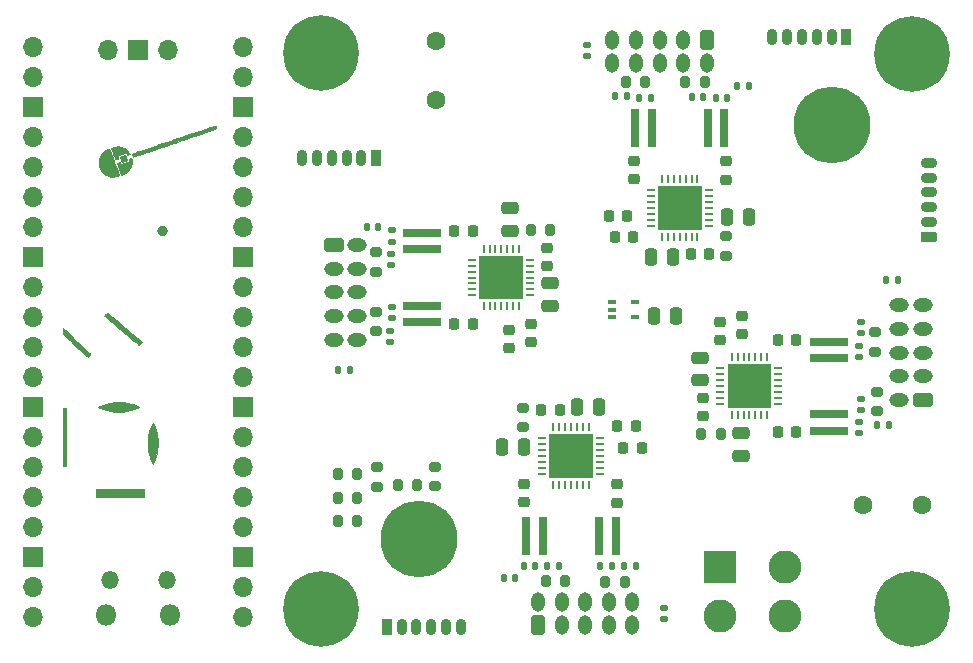
<source format=gts>
%TF.GenerationSoftware,KiCad,Pcbnew,5.99.0-unknown-16ebb3a433~128~ubuntu20.04.1*%
%TF.CreationDate,2021-05-03T05:08:52+03:00*%
%TF.ProjectId,usb2stepper,75736232-7374-4657-9070-65722e6b6963,rev?*%
%TF.SameCoordinates,Original*%
%TF.FileFunction,Soldermask,Top*%
%TF.FilePolarity,Negative*%
%FSLAX46Y46*%
G04 Gerber Fmt 4.6, Leading zero omitted, Abs format (unit mm)*
G04 Created by KiCad (PCBNEW 5.99.0-unknown-16ebb3a433~128~ubuntu20.04.1) date 2021-05-03 05:08:52*
%MOMM*%
%LPD*%
G01*
G04 APERTURE LIST*
G04 Aperture macros list*
%AMRoundRect*
0 Rectangle with rounded corners*
0 $1 Rounding radius*
0 $2 $3 $4 $5 $6 $7 $8 $9 X,Y pos of 4 corners*
0 Add a 4 corners polygon primitive as box body*
4,1,4,$2,$3,$4,$5,$6,$7,$8,$9,$2,$3,0*
0 Add four circle primitives for the rounded corners*
1,1,$1+$1,$2,$3*
1,1,$1+$1,$4,$5*
1,1,$1+$1,$6,$7*
1,1,$1+$1,$8,$9*
0 Add four rect primitives between the rounded corners*
20,1,$1+$1,$2,$3,$4,$5,0*
20,1,$1+$1,$4,$5,$6,$7,0*
20,1,$1+$1,$6,$7,$8,$9,0*
20,1,$1+$1,$8,$9,$2,$3,0*%
G04 Aperture macros list end*
%ADD10C,0.010000*%
%ADD11RoundRect,0.225000X-0.225000X-0.250000X0.225000X-0.250000X0.225000X0.250000X-0.225000X0.250000X0*%
%ADD12RoundRect,0.250000X0.250000X0.475000X-0.250000X0.475000X-0.250000X-0.475000X0.250000X-0.475000X0*%
%ADD13RoundRect,0.225000X0.225000X0.250000X-0.225000X0.250000X-0.225000X-0.250000X0.225000X-0.250000X0*%
%ADD14RoundRect,0.225000X-0.250000X0.225000X-0.250000X-0.225000X0.250000X-0.225000X0.250000X0.225000X0*%
%ADD15R,0.700000X0.250000*%
%ADD16R,0.250000X0.700000*%
%ADD17R,1.850000X1.850000*%
%ADD18RoundRect,0.200000X0.275000X-0.200000X0.275000X0.200000X-0.275000X0.200000X-0.275000X-0.200000X0*%
%ADD19R,0.700000X3.300000*%
%ADD20RoundRect,0.225000X0.250000X-0.225000X0.250000X0.225000X-0.250000X0.225000X-0.250000X-0.225000X0*%
%ADD21RoundRect,0.140000X-0.170000X0.140000X-0.170000X-0.140000X0.170000X-0.140000X0.170000X0.140000X0*%
%ADD22RoundRect,0.140000X0.140000X0.170000X-0.140000X0.170000X-0.140000X-0.170000X0.140000X-0.170000X0*%
%ADD23RoundRect,0.140000X0.170000X-0.140000X0.170000X0.140000X-0.170000X0.140000X-0.170000X-0.140000X0*%
%ADD24RoundRect,0.140000X-0.140000X-0.170000X0.140000X-0.170000X0.140000X0.170000X-0.140000X0.170000X0*%
%ADD25RoundRect,0.200000X-0.275000X0.200000X-0.275000X-0.200000X0.275000X-0.200000X0.275000X0.200000X0*%
%ADD26RoundRect,0.200000X0.200000X0.275000X-0.200000X0.275000X-0.200000X-0.275000X0.200000X-0.275000X0*%
%ADD27RoundRect,0.200000X-0.200000X-0.275000X0.200000X-0.275000X0.200000X0.275000X-0.200000X0.275000X0*%
%ADD28RoundRect,0.250000X-0.475000X0.250000X-0.475000X-0.250000X0.475000X-0.250000X0.475000X0.250000X0*%
%ADD29RoundRect,0.250000X0.475000X-0.250000X0.475000X0.250000X-0.475000X0.250000X-0.475000X-0.250000X0*%
%ADD30RoundRect,0.250000X-0.250000X-0.475000X0.250000X-0.475000X0.250000X0.475000X-0.250000X0.475000X0*%
%ADD31R,3.300000X0.700000*%
%ADD32R,0.650000X0.400000*%
%ADD33O,1.650000X1.200000*%
%ADD34RoundRect,0.250000X-0.575000X0.350000X-0.575000X-0.350000X0.575000X-0.350000X0.575000X0.350000X0*%
%ADD35RoundRect,0.250000X0.350000X0.575000X-0.350000X0.575000X-0.350000X-0.575000X0.350000X-0.575000X0*%
%ADD36O,1.200000X1.650000*%
%ADD37O,1.800000X1.800000*%
%ADD38O,1.500000X1.500000*%
%ADD39O,1.700000X1.700000*%
%ADD40R,1.700000X1.700000*%
%ADD41C,0.800000*%
%ADD42C,6.400000*%
%ADD43C,1.600000*%
%ADD44RoundRect,0.250000X-0.350000X-0.575000X0.350000X-0.575000X0.350000X0.575000X-0.350000X0.575000X0*%
%ADD45C,6.497320*%
%ADD46R,2.800000X2.800000*%
%ADD47C,2.800000*%
%ADD48RoundRect,0.225000X0.475000X-0.225000X0.475000X0.225000X-0.475000X0.225000X-0.475000X-0.225000X0*%
%ADD49O,1.400000X0.900000*%
%ADD50RoundRect,0.225000X-0.225000X-0.475000X0.225000X-0.475000X0.225000X0.475000X-0.225000X0.475000X0*%
%ADD51O,0.900000X1.400000*%
%ADD52RoundRect,0.225000X0.225000X0.475000X-0.225000X0.475000X-0.225000X-0.475000X0.225000X-0.475000X0*%
%ADD53RoundRect,0.250000X0.575000X-0.350000X0.575000X0.350000X-0.575000X0.350000X-0.575000X-0.350000X0*%
G04 APERTURE END LIST*
D10*
X62945908Y-113193083D02*
X62908343Y-113237286D01*
X62908343Y-113237286D02*
X62852699Y-113291375D01*
X62852699Y-113291375D02*
X62836138Y-113306058D01*
X62836138Y-113306058D02*
X62708164Y-113417366D01*
X62708164Y-113417366D02*
X62424321Y-113145891D01*
X62424321Y-113145891D02*
X62350651Y-113075401D01*
X62350651Y-113075401D02*
X62250885Y-112979899D01*
X62250885Y-112979899D02*
X62129491Y-112863664D01*
X62129491Y-112863664D02*
X61990938Y-112730974D01*
X61990938Y-112730974D02*
X61839693Y-112586109D01*
X61839693Y-112586109D02*
X61680224Y-112433348D01*
X61680224Y-112433348D02*
X61516999Y-112276970D01*
X61516999Y-112276970D02*
X61367352Y-112133583D01*
X61367352Y-112133583D02*
X60594226Y-111392750D01*
X60594226Y-111392750D02*
X60593030Y-111144042D01*
X60593030Y-111144042D02*
X60593444Y-111047092D01*
X60593444Y-111047092D02*
X60595462Y-110967815D01*
X60595462Y-110967815D02*
X60598752Y-110914475D01*
X60598752Y-110914475D02*
X60602910Y-110895333D01*
X60602910Y-110895333D02*
X60620683Y-110909642D01*
X60620683Y-110909642D02*
X60665933Y-110950737D01*
X60665933Y-110950737D02*
X60735811Y-111015867D01*
X60735811Y-111015867D02*
X60827467Y-111102284D01*
X60827467Y-111102284D02*
X60938051Y-111207238D01*
X60938051Y-111207238D02*
X61064713Y-111327979D01*
X61064713Y-111327979D02*
X61204601Y-111461759D01*
X61204601Y-111461759D02*
X61354867Y-111605827D01*
X61354867Y-111605827D02*
X61512660Y-111757435D01*
X61512660Y-111757435D02*
X61675129Y-111913833D01*
X61675129Y-111913833D02*
X61839425Y-112072271D01*
X61839425Y-112072271D02*
X62002698Y-112230000D01*
X62002698Y-112230000D02*
X62162096Y-112384271D01*
X62162096Y-112384271D02*
X62314771Y-112532335D01*
X62314771Y-112532335D02*
X62457872Y-112671441D01*
X62457872Y-112671441D02*
X62588548Y-112798840D01*
X62588548Y-112798840D02*
X62703950Y-112911784D01*
X62703950Y-112911784D02*
X62801227Y-113007522D01*
X62801227Y-113007522D02*
X62877529Y-113083305D01*
X62877529Y-113083305D02*
X62930006Y-113136384D01*
X62930006Y-113136384D02*
X62955808Y-113164010D01*
X62955808Y-113164010D02*
X62958014Y-113167178D01*
X62958014Y-113167178D02*
X62945908Y-113193083D01*
X62945908Y-113193083D02*
X62945908Y-113193083D01*
G36*
X60620683Y-110909642D02*
G01*
X60665933Y-110950737D01*
X60735811Y-111015867D01*
X60827467Y-111102284D01*
X60938051Y-111207238D01*
X61064713Y-111327979D01*
X61204601Y-111461759D01*
X61354867Y-111605827D01*
X61512660Y-111757435D01*
X61675129Y-111913833D01*
X61839425Y-112072271D01*
X62002698Y-112230000D01*
X62162096Y-112384271D01*
X62314771Y-112532335D01*
X62457872Y-112671441D01*
X62588548Y-112798840D01*
X62703950Y-112911784D01*
X62801227Y-113007522D01*
X62877529Y-113083305D01*
X62930006Y-113136384D01*
X62955808Y-113164010D01*
X62958014Y-113167178D01*
X62945908Y-113193083D01*
X62908343Y-113237286D01*
X62852699Y-113291375D01*
X62836138Y-113306058D01*
X62708164Y-113417366D01*
X62424321Y-113145891D01*
X62350651Y-113075401D01*
X62250885Y-112979899D01*
X62129491Y-112863664D01*
X61990938Y-112730974D01*
X61839693Y-112586109D01*
X61680224Y-112433348D01*
X61516999Y-112276970D01*
X61367352Y-112133583D01*
X60594226Y-111392750D01*
X60593030Y-111144042D01*
X60593444Y-111047092D01*
X60595462Y-110967815D01*
X60598752Y-110914475D01*
X60602910Y-110895333D01*
X60620683Y-110909642D01*
G37*
X60620683Y-110909642D02*
X60665933Y-110950737D01*
X60735811Y-111015867D01*
X60827467Y-111102284D01*
X60938051Y-111207238D01*
X61064713Y-111327979D01*
X61204601Y-111461759D01*
X61354867Y-111605827D01*
X61512660Y-111757435D01*
X61675129Y-111913833D01*
X61839425Y-112072271D01*
X62002698Y-112230000D01*
X62162096Y-112384271D01*
X62314771Y-112532335D01*
X62457872Y-112671441D01*
X62588548Y-112798840D01*
X62703950Y-112911784D01*
X62801227Y-113007522D01*
X62877529Y-113083305D01*
X62930006Y-113136384D01*
X62955808Y-113164010D01*
X62958014Y-113167178D01*
X62945908Y-113193083D01*
X62908343Y-113237286D01*
X62852699Y-113291375D01*
X62836138Y-113306058D01*
X62708164Y-113417366D01*
X62424321Y-113145891D01*
X62350651Y-113075401D01*
X62250885Y-112979899D01*
X62129491Y-112863664D01*
X61990938Y-112730974D01*
X61839693Y-112586109D01*
X61680224Y-112433348D01*
X61516999Y-112276970D01*
X61367352Y-112133583D01*
X60594226Y-111392750D01*
X60593030Y-111144042D01*
X60593444Y-111047092D01*
X60595462Y-110967815D01*
X60598752Y-110914475D01*
X60602910Y-110895333D01*
X60620683Y-110909642D01*
X66457831Y-96925287D02*
X66444792Y-97019594D01*
X66444792Y-97019594D02*
X66419463Y-97114487D01*
X66419463Y-97114487D02*
X66378654Y-97222030D01*
X66378654Y-97222030D02*
X66321813Y-97348667D01*
X66321813Y-97348667D02*
X66243222Y-97479955D01*
X66243222Y-97479955D02*
X66135898Y-97607719D01*
X66135898Y-97607719D02*
X66008802Y-97724563D01*
X66008802Y-97724563D02*
X65870896Y-97823091D01*
X65870896Y-97823091D02*
X65731140Y-97895907D01*
X65731140Y-97895907D02*
X65614081Y-97932775D01*
X65614081Y-97932775D02*
X65552346Y-97945122D01*
X65552346Y-97945122D02*
X65381055Y-97482853D01*
X65381055Y-97482853D02*
X65331717Y-97349800D01*
X65331717Y-97349800D02*
X65286817Y-97228900D01*
X65286817Y-97228900D02*
X65248604Y-97126190D01*
X65248604Y-97126190D02*
X65219324Y-97047707D01*
X65219324Y-97047707D02*
X65201225Y-96999490D01*
X65201225Y-96999490D02*
X65196802Y-96987931D01*
X65196802Y-96987931D02*
X65199803Y-96963988D01*
X65199803Y-96963988D02*
X65233144Y-96940370D01*
X65233144Y-96940370D02*
X65291284Y-96916643D01*
X65291284Y-96916643D02*
X65352272Y-96896602D01*
X65352272Y-96896602D02*
X65394864Y-96886149D01*
X65394864Y-96886149D02*
X65406951Y-96886229D01*
X65406951Y-96886229D02*
X65419322Y-96908832D01*
X65419322Y-96908832D02*
X65441922Y-96957588D01*
X65441922Y-96957588D02*
X65457755Y-96993791D01*
X65457755Y-96993791D02*
X65500337Y-97093130D01*
X65500337Y-97093130D02*
X65612543Y-97053611D01*
X65612543Y-97053611D02*
X65779596Y-96994752D01*
X65779596Y-96994752D02*
X65911403Y-96948253D01*
X65911403Y-96948253D02*
X66012660Y-96912445D01*
X66012660Y-96912445D02*
X66088063Y-96885661D01*
X66088063Y-96885661D02*
X66142308Y-96866233D01*
X66142308Y-96866233D02*
X66180091Y-96852493D01*
X66180091Y-96852493D02*
X66205627Y-96842955D01*
X66205627Y-96842955D02*
X66240568Y-96827547D01*
X66240568Y-96827547D02*
X66252709Y-96808304D01*
X66252709Y-96808304D02*
X66245343Y-96771527D01*
X66245343Y-96771527D02*
X66232085Y-96732949D01*
X66232085Y-96732949D02*
X66212933Y-96673311D01*
X66212933Y-96673311D02*
X66201989Y-96628859D01*
X66201989Y-96628859D02*
X66201000Y-96619795D01*
X66201000Y-96619795D02*
X66219452Y-96599874D01*
X66219452Y-96599874D02*
X66266828Y-96575633D01*
X66266828Y-96575633D02*
X66307960Y-96560542D01*
X66307960Y-96560542D02*
X66414920Y-96526338D01*
X66414920Y-96526338D02*
X66438700Y-96582961D01*
X66438700Y-96582961D02*
X66449718Y-96630331D01*
X66449718Y-96630331D02*
X66457832Y-96705774D01*
X66457832Y-96705774D02*
X66461654Y-96795056D01*
X66461654Y-96795056D02*
X66461771Y-96819500D01*
X66461771Y-96819500D02*
X66457831Y-96925287D01*
X66457831Y-96925287D02*
X66457831Y-96925287D01*
G36*
X66438700Y-96582961D02*
G01*
X66449718Y-96630331D01*
X66457832Y-96705774D01*
X66461654Y-96795056D01*
X66461771Y-96819500D01*
X66457831Y-96925287D01*
X66444792Y-97019594D01*
X66419463Y-97114487D01*
X66378654Y-97222030D01*
X66321813Y-97348667D01*
X66243222Y-97479955D01*
X66135898Y-97607719D01*
X66008802Y-97724563D01*
X65870896Y-97823091D01*
X65731140Y-97895907D01*
X65614081Y-97932775D01*
X65552346Y-97945122D01*
X65381055Y-97482853D01*
X65331717Y-97349800D01*
X65286817Y-97228900D01*
X65248604Y-97126190D01*
X65219324Y-97047707D01*
X65201225Y-96999490D01*
X65196802Y-96987931D01*
X65199803Y-96963988D01*
X65233144Y-96940370D01*
X65291284Y-96916643D01*
X65352272Y-96896602D01*
X65394864Y-96886149D01*
X65406951Y-96886229D01*
X65419322Y-96908832D01*
X65441922Y-96957588D01*
X65457755Y-96993791D01*
X65500337Y-97093130D01*
X65612543Y-97053611D01*
X65779596Y-96994752D01*
X65911403Y-96948253D01*
X66012660Y-96912445D01*
X66088063Y-96885661D01*
X66142308Y-96866233D01*
X66180091Y-96852493D01*
X66205627Y-96842955D01*
X66240568Y-96827547D01*
X66252709Y-96808304D01*
X66245343Y-96771527D01*
X66232085Y-96732949D01*
X66212933Y-96673311D01*
X66201989Y-96628859D01*
X66201000Y-96619795D01*
X66219452Y-96599874D01*
X66266828Y-96575633D01*
X66307960Y-96560542D01*
X66414920Y-96526338D01*
X66438700Y-96582961D01*
G37*
X66438700Y-96582961D02*
X66449718Y-96630331D01*
X66457832Y-96705774D01*
X66461654Y-96795056D01*
X66461771Y-96819500D01*
X66457831Y-96925287D01*
X66444792Y-97019594D01*
X66419463Y-97114487D01*
X66378654Y-97222030D01*
X66321813Y-97348667D01*
X66243222Y-97479955D01*
X66135898Y-97607719D01*
X66008802Y-97724563D01*
X65870896Y-97823091D01*
X65731140Y-97895907D01*
X65614081Y-97932775D01*
X65552346Y-97945122D01*
X65381055Y-97482853D01*
X65331717Y-97349800D01*
X65286817Y-97228900D01*
X65248604Y-97126190D01*
X65219324Y-97047707D01*
X65201225Y-96999490D01*
X65196802Y-96987931D01*
X65199803Y-96963988D01*
X65233144Y-96940370D01*
X65291284Y-96916643D01*
X65352272Y-96896602D01*
X65394864Y-96886149D01*
X65406951Y-96886229D01*
X65419322Y-96908832D01*
X65441922Y-96957588D01*
X65457755Y-96993791D01*
X65500337Y-97093130D01*
X65612543Y-97053611D01*
X65779596Y-96994752D01*
X65911403Y-96948253D01*
X66012660Y-96912445D01*
X66088063Y-96885661D01*
X66142308Y-96866233D01*
X66180091Y-96852493D01*
X66205627Y-96842955D01*
X66240568Y-96827547D01*
X66252709Y-96808304D01*
X66245343Y-96771527D01*
X66232085Y-96732949D01*
X66212933Y-96673311D01*
X66201989Y-96628859D01*
X66201000Y-96619795D01*
X66219452Y-96599874D01*
X66266828Y-96575633D01*
X66307960Y-96560542D01*
X66414920Y-96526338D01*
X66438700Y-96582961D01*
X63407000Y-125204000D02*
X63407000Y-124590167D01*
X63407000Y-124590167D02*
X67492166Y-124590167D01*
X67492166Y-124590167D02*
X67492166Y-125204000D01*
X67492166Y-125204000D02*
X63407000Y-125204000D01*
X63407000Y-125204000D02*
X63407000Y-125204000D01*
G36*
X67492166Y-125204000D02*
G01*
X63407000Y-125204000D01*
X63407000Y-124590167D01*
X67492166Y-124590167D01*
X67492166Y-125204000D01*
G37*
X67492166Y-125204000D02*
X63407000Y-125204000D01*
X63407000Y-124590167D01*
X67492166Y-124590167D01*
X67492166Y-125204000D01*
X65366302Y-97993057D02*
X65359904Y-98000184D01*
X65359904Y-98000184D02*
X65292557Y-98034633D01*
X65292557Y-98034633D02*
X65193462Y-98065200D01*
X65193462Y-98065200D02*
X65073186Y-98089275D01*
X65073186Y-98089275D02*
X64942294Y-98104249D01*
X64942294Y-98104249D02*
X64937178Y-98104608D01*
X64937178Y-98104608D02*
X64714137Y-98099685D01*
X64714137Y-98099685D02*
X64501387Y-98055603D01*
X64501387Y-98055603D02*
X64302921Y-97975066D01*
X64302921Y-97975066D02*
X64122731Y-97860775D01*
X64122731Y-97860775D02*
X63964811Y-97715436D01*
X63964811Y-97715436D02*
X63833153Y-97541750D01*
X63833153Y-97541750D02*
X63731750Y-97342421D01*
X63731750Y-97342421D02*
X63705324Y-97270632D01*
X63705324Y-97270632D02*
X63669027Y-97120718D01*
X63669027Y-97120718D02*
X63651073Y-96952869D01*
X63651073Y-96952869D02*
X63652483Y-96785810D01*
X63652483Y-96785810D02*
X63671478Y-96650167D01*
X63671478Y-96650167D02*
X63738055Y-96445236D01*
X63738055Y-96445236D02*
X63839978Y-96253421D01*
X63839978Y-96253421D02*
X63972172Y-96081253D01*
X63972172Y-96081253D02*
X64129559Y-95935268D01*
X64129559Y-95935268D02*
X64307062Y-95821998D01*
X64307062Y-95821998D02*
X64320031Y-95815502D01*
X64320031Y-95815502D02*
X64398445Y-95779786D01*
X64398445Y-95779786D02*
X64465816Y-95754285D01*
X64465816Y-95754285D02*
X64510807Y-95743120D01*
X64510807Y-95743120D02*
X64518752Y-95743272D01*
X64518752Y-95743272D02*
X64531127Y-95755244D01*
X64531127Y-95755244D02*
X64550588Y-95789033D01*
X64550588Y-95789033D02*
X64578037Y-95846844D01*
X64578037Y-95846844D02*
X64614376Y-95930884D01*
X64614376Y-95930884D02*
X64660507Y-96043360D01*
X64660507Y-96043360D02*
X64717334Y-96186479D01*
X64717334Y-96186479D02*
X64785758Y-96362446D01*
X64785758Y-96362446D02*
X64866682Y-96573469D01*
X64866682Y-96573469D02*
X64961007Y-96821753D01*
X64961007Y-96821753D02*
X64976173Y-96861833D01*
X64976173Y-96861833D02*
X65066372Y-97100569D01*
X65066372Y-97100569D02*
X65142499Y-97302852D01*
X65142499Y-97302852D02*
X65205595Y-97471775D01*
X65205595Y-97471775D02*
X65256702Y-97610426D01*
X65256702Y-97610426D02*
X65296863Y-97721898D01*
X65296863Y-97721898D02*
X65327120Y-97809282D01*
X65327120Y-97809282D02*
X65348514Y-97875668D01*
X65348514Y-97875668D02*
X65362087Y-97924148D01*
X65362087Y-97924148D02*
X65368881Y-97957812D01*
X65368881Y-97957812D02*
X65369939Y-97979751D01*
X65369939Y-97979751D02*
X65366302Y-97993057D01*
X65366302Y-97993057D02*
X65366302Y-97993057D01*
G36*
X64518752Y-95743272D02*
G01*
X64531127Y-95755244D01*
X64550588Y-95789033D01*
X64578037Y-95846844D01*
X64614376Y-95930884D01*
X64660507Y-96043360D01*
X64717334Y-96186479D01*
X64785758Y-96362446D01*
X64866682Y-96573469D01*
X64961007Y-96821753D01*
X64976173Y-96861833D01*
X65066372Y-97100569D01*
X65142499Y-97302852D01*
X65205595Y-97471775D01*
X65256702Y-97610426D01*
X65296863Y-97721898D01*
X65327120Y-97809282D01*
X65348514Y-97875668D01*
X65362087Y-97924148D01*
X65368881Y-97957812D01*
X65369939Y-97979751D01*
X65366302Y-97993057D01*
X65359904Y-98000184D01*
X65292557Y-98034633D01*
X65193462Y-98065200D01*
X65073186Y-98089275D01*
X64942294Y-98104249D01*
X64937178Y-98104608D01*
X64714137Y-98099685D01*
X64501387Y-98055603D01*
X64302921Y-97975066D01*
X64122731Y-97860775D01*
X63964811Y-97715436D01*
X63833153Y-97541750D01*
X63731750Y-97342421D01*
X63705324Y-97270632D01*
X63669027Y-97120718D01*
X63651073Y-96952869D01*
X63652483Y-96785810D01*
X63671478Y-96650167D01*
X63738055Y-96445236D01*
X63839978Y-96253421D01*
X63972172Y-96081253D01*
X64129559Y-95935268D01*
X64307062Y-95821998D01*
X64320031Y-95815502D01*
X64398445Y-95779786D01*
X64465816Y-95754285D01*
X64510807Y-95743120D01*
X64518752Y-95743272D01*
G37*
X64518752Y-95743272D02*
X64531127Y-95755244D01*
X64550588Y-95789033D01*
X64578037Y-95846844D01*
X64614376Y-95930884D01*
X64660507Y-96043360D01*
X64717334Y-96186479D01*
X64785758Y-96362446D01*
X64866682Y-96573469D01*
X64961007Y-96821753D01*
X64976173Y-96861833D01*
X65066372Y-97100569D01*
X65142499Y-97302852D01*
X65205595Y-97471775D01*
X65256702Y-97610426D01*
X65296863Y-97721898D01*
X65327120Y-97809282D01*
X65348514Y-97875668D01*
X65362087Y-97924148D01*
X65368881Y-97957812D01*
X65369939Y-97979751D01*
X65366302Y-97993057D01*
X65359904Y-98000184D01*
X65292557Y-98034633D01*
X65193462Y-98065200D01*
X65073186Y-98089275D01*
X64942294Y-98104249D01*
X64937178Y-98104608D01*
X64714137Y-98099685D01*
X64501387Y-98055603D01*
X64302921Y-97975066D01*
X64122731Y-97860775D01*
X63964811Y-97715436D01*
X63833153Y-97541750D01*
X63731750Y-97342421D01*
X63705324Y-97270632D01*
X63669027Y-97120718D01*
X63651073Y-96952869D01*
X63652483Y-96785810D01*
X63671478Y-96650167D01*
X63738055Y-96445236D01*
X63839978Y-96253421D01*
X63972172Y-96081253D01*
X64129559Y-95935268D01*
X64307062Y-95821998D01*
X64320031Y-95815502D01*
X64398445Y-95779786D01*
X64465816Y-95754285D01*
X64510807Y-95743120D01*
X64518752Y-95743272D01*
X66035849Y-96739729D02*
X65976052Y-96762863D01*
X65976052Y-96762863D02*
X65899550Y-96790015D01*
X65899550Y-96790015D02*
X65816268Y-96817919D01*
X65816268Y-96817919D02*
X65736136Y-96843310D01*
X65736136Y-96843310D02*
X65669081Y-96862921D01*
X65669081Y-96862921D02*
X65625031Y-96873486D01*
X65625031Y-96873486D02*
X65613253Y-96873808D01*
X65613253Y-96873808D02*
X65597285Y-96845727D01*
X65597285Y-96845727D02*
X65573596Y-96790006D01*
X65573596Y-96790006D02*
X65545605Y-96716528D01*
X65545605Y-96716528D02*
X65516732Y-96635176D01*
X65516732Y-96635176D02*
X65490396Y-96555832D01*
X65490396Y-96555832D02*
X65470019Y-96488380D01*
X65470019Y-96488380D02*
X65459018Y-96442702D01*
X65459018Y-96442702D02*
X65459170Y-96428532D01*
X65459170Y-96428532D02*
X65497857Y-96410171D01*
X65497857Y-96410171D02*
X65561291Y-96385642D01*
X65561291Y-96385642D02*
X65639463Y-96358177D01*
X65639463Y-96358177D02*
X65722359Y-96331010D01*
X65722359Y-96331010D02*
X65799969Y-96307373D01*
X65799969Y-96307373D02*
X65862281Y-96290498D01*
X65862281Y-96290498D02*
X65899284Y-96283619D01*
X65899284Y-96283619D02*
X65904965Y-96284587D01*
X65904965Y-96284587D02*
X65917509Y-96309588D01*
X65917509Y-96309588D02*
X65939621Y-96362702D01*
X65939621Y-96362702D02*
X65967648Y-96434147D01*
X65967648Y-96434147D02*
X65997935Y-96514138D01*
X65997935Y-96514138D02*
X66026829Y-96592890D01*
X66026829Y-96592890D02*
X66050676Y-96660618D01*
X66050676Y-96660618D02*
X66065822Y-96707539D01*
X66065822Y-96707539D02*
X66069010Y-96723879D01*
X66069010Y-96723879D02*
X66035849Y-96739729D01*
X66035849Y-96739729D02*
X66035849Y-96739729D01*
G36*
X65904965Y-96284587D02*
G01*
X65917509Y-96309588D01*
X65939621Y-96362702D01*
X65967648Y-96434147D01*
X65997935Y-96514138D01*
X66026829Y-96592890D01*
X66050676Y-96660618D01*
X66065822Y-96707539D01*
X66069010Y-96723879D01*
X66035849Y-96739729D01*
X65976052Y-96762863D01*
X65899550Y-96790015D01*
X65816268Y-96817919D01*
X65736136Y-96843310D01*
X65669081Y-96862921D01*
X65625031Y-96873486D01*
X65613253Y-96873808D01*
X65597285Y-96845727D01*
X65573596Y-96790006D01*
X65545605Y-96716528D01*
X65516732Y-96635176D01*
X65490396Y-96555832D01*
X65470019Y-96488380D01*
X65459018Y-96442702D01*
X65459170Y-96428532D01*
X65497857Y-96410171D01*
X65561291Y-96385642D01*
X65639463Y-96358177D01*
X65722359Y-96331010D01*
X65799969Y-96307373D01*
X65862281Y-96290498D01*
X65899284Y-96283619D01*
X65904965Y-96284587D01*
G37*
X65904965Y-96284587D02*
X65917509Y-96309588D01*
X65939621Y-96362702D01*
X65967648Y-96434147D01*
X65997935Y-96514138D01*
X66026829Y-96592890D01*
X66050676Y-96660618D01*
X66065822Y-96707539D01*
X66069010Y-96723879D01*
X66035849Y-96739729D01*
X65976052Y-96762863D01*
X65899550Y-96790015D01*
X65816268Y-96817919D01*
X65736136Y-96843310D01*
X65669081Y-96862921D01*
X65625031Y-96873486D01*
X65613253Y-96873808D01*
X65597285Y-96845727D01*
X65573596Y-96790006D01*
X65545605Y-96716528D01*
X65516732Y-96635176D01*
X65490396Y-96555832D01*
X65470019Y-96488380D01*
X65459018Y-96442702D01*
X65459170Y-96428532D01*
X65497857Y-96410171D01*
X65561291Y-96385642D01*
X65639463Y-96358177D01*
X65722359Y-96331010D01*
X65799969Y-96307373D01*
X65862281Y-96290498D01*
X65899284Y-96283619D01*
X65904965Y-96284587D01*
X60591833Y-122579333D02*
X60591833Y-117668667D01*
X60591833Y-117668667D02*
X60909333Y-117668667D01*
X60909333Y-117668667D02*
X60909333Y-122579333D01*
X60909333Y-122579333D02*
X60591833Y-122579333D01*
X60591833Y-122579333D02*
X60591833Y-122579333D01*
G36*
X60909333Y-122579333D02*
G01*
X60591833Y-122579333D01*
X60591833Y-117668667D01*
X60909333Y-117668667D01*
X60909333Y-122579333D01*
G37*
X60909333Y-122579333D02*
X60591833Y-122579333D01*
X60591833Y-117668667D01*
X60909333Y-117668667D01*
X60909333Y-122579333D01*
X67185095Y-112228961D02*
X67118100Y-112281817D01*
X67118100Y-112281817D02*
X67061122Y-112322112D01*
X67061122Y-112322112D02*
X67023454Y-112343445D01*
X67023454Y-112343445D02*
X67016325Y-112345250D01*
X67016325Y-112345250D02*
X66996268Y-112331894D01*
X66996268Y-112331894D02*
X66946846Y-112293412D01*
X66946846Y-112293412D02*
X66870874Y-112232182D01*
X66870874Y-112232182D02*
X66771167Y-112150581D01*
X66771167Y-112150581D02*
X66650541Y-112050987D01*
X66650541Y-112050987D02*
X66511812Y-111935778D01*
X66511812Y-111935778D02*
X66357795Y-111807333D01*
X66357795Y-111807333D02*
X66191305Y-111668028D01*
X66191305Y-111668028D02*
X66015159Y-111520241D01*
X66015159Y-111520241D02*
X65832171Y-111366351D01*
X65832171Y-111366351D02*
X65645158Y-111208735D01*
X65645158Y-111208735D02*
X65456935Y-111049771D01*
X65456935Y-111049771D02*
X65270317Y-110891837D01*
X65270317Y-110891837D02*
X65088121Y-110737310D01*
X65088121Y-110737310D02*
X64913161Y-110588569D01*
X64913161Y-110588569D02*
X64748253Y-110447991D01*
X64748253Y-110447991D02*
X64596213Y-110317955D01*
X64596213Y-110317955D02*
X64459857Y-110200837D01*
X64459857Y-110200837D02*
X64341999Y-110099016D01*
X64341999Y-110099016D02*
X64245456Y-110014870D01*
X64245456Y-110014870D02*
X64173043Y-109950776D01*
X64173043Y-109950776D02*
X64127576Y-109909112D01*
X64127576Y-109909112D02*
X64111879Y-109892368D01*
X64111879Y-109892368D02*
X64125247Y-109868965D01*
X64125247Y-109868965D02*
X64164514Y-109827224D01*
X64164514Y-109827224D02*
X64222194Y-109774836D01*
X64222194Y-109774836D02*
X64244616Y-109756009D01*
X64244616Y-109756009D02*
X64309484Y-109705190D01*
X64309484Y-109705190D02*
X64362944Y-109668060D01*
X64362944Y-109668060D02*
X64396172Y-109650581D01*
X64396172Y-109650581D02*
X64401303Y-109650176D01*
X64401303Y-109650176D02*
X64420075Y-109664580D01*
X64420075Y-109664580D02*
X64468785Y-109704363D01*
X64468785Y-109704363D02*
X64545069Y-109767540D01*
X64545069Y-109767540D02*
X64646562Y-109852129D01*
X64646562Y-109852129D02*
X64770900Y-109956147D01*
X64770900Y-109956147D02*
X64915716Y-110077611D01*
X64915716Y-110077611D02*
X65078648Y-110214538D01*
X65078648Y-110214538D02*
X65257330Y-110364946D01*
X65257330Y-110364946D02*
X65449397Y-110526850D01*
X65449397Y-110526850D02*
X65652485Y-110698269D01*
X65652485Y-110698269D02*
X65823070Y-110842417D01*
X65823070Y-110842417D02*
X66034265Y-111020970D01*
X66034265Y-111020970D02*
X66236952Y-111192328D01*
X66236952Y-111192328D02*
X66428693Y-111354432D01*
X66428693Y-111354432D02*
X66607054Y-111505223D01*
X66607054Y-111505223D02*
X66769598Y-111642640D01*
X66769598Y-111642640D02*
X66913888Y-111764624D01*
X66913888Y-111764624D02*
X67037491Y-111869116D01*
X67037491Y-111869116D02*
X67137968Y-111954057D01*
X67137968Y-111954057D02*
X67212884Y-112017387D01*
X67212884Y-112017387D02*
X67259803Y-112057047D01*
X67259803Y-112057047D02*
X67275382Y-112070211D01*
X67275382Y-112070211D02*
X67325671Y-112112672D01*
X67325671Y-112112672D02*
X67185095Y-112228961D01*
X67185095Y-112228961D02*
X67185095Y-112228961D01*
G36*
X64420075Y-109664580D02*
G01*
X64468785Y-109704363D01*
X64545069Y-109767540D01*
X64646562Y-109852129D01*
X64770900Y-109956147D01*
X64915716Y-110077611D01*
X65078648Y-110214538D01*
X65257330Y-110364946D01*
X65449397Y-110526850D01*
X65652485Y-110698269D01*
X65823070Y-110842417D01*
X66034265Y-111020970D01*
X66236952Y-111192328D01*
X66428693Y-111354432D01*
X66607054Y-111505223D01*
X66769598Y-111642640D01*
X66913888Y-111764624D01*
X67037491Y-111869116D01*
X67137968Y-111954057D01*
X67212884Y-112017387D01*
X67259803Y-112057047D01*
X67275382Y-112070211D01*
X67325671Y-112112672D01*
X67185095Y-112228961D01*
X67118100Y-112281817D01*
X67061122Y-112322112D01*
X67023454Y-112343445D01*
X67016325Y-112345250D01*
X66996268Y-112331894D01*
X66946846Y-112293412D01*
X66870874Y-112232182D01*
X66771167Y-112150581D01*
X66650541Y-112050987D01*
X66511812Y-111935778D01*
X66357795Y-111807333D01*
X66191305Y-111668028D01*
X66015159Y-111520241D01*
X65832171Y-111366351D01*
X65645158Y-111208735D01*
X65456935Y-111049771D01*
X65270317Y-110891837D01*
X65088121Y-110737310D01*
X64913161Y-110588569D01*
X64748253Y-110447991D01*
X64596213Y-110317955D01*
X64459857Y-110200837D01*
X64341999Y-110099016D01*
X64245456Y-110014870D01*
X64173043Y-109950776D01*
X64127576Y-109909112D01*
X64111879Y-109892368D01*
X64125247Y-109868965D01*
X64164514Y-109827224D01*
X64222194Y-109774836D01*
X64244616Y-109756009D01*
X64309484Y-109705190D01*
X64362944Y-109668060D01*
X64396172Y-109650581D01*
X64401303Y-109650176D01*
X64420075Y-109664580D01*
G37*
X64420075Y-109664580D02*
X64468785Y-109704363D01*
X64545069Y-109767540D01*
X64646562Y-109852129D01*
X64770900Y-109956147D01*
X64915716Y-110077611D01*
X65078648Y-110214538D01*
X65257330Y-110364946D01*
X65449397Y-110526850D01*
X65652485Y-110698269D01*
X65823070Y-110842417D01*
X66034265Y-111020970D01*
X66236952Y-111192328D01*
X66428693Y-111354432D01*
X66607054Y-111505223D01*
X66769598Y-111642640D01*
X66913888Y-111764624D01*
X67037491Y-111869116D01*
X67137968Y-111954057D01*
X67212884Y-112017387D01*
X67259803Y-112057047D01*
X67275382Y-112070211D01*
X67325671Y-112112672D01*
X67185095Y-112228961D01*
X67118100Y-112281817D01*
X67061122Y-112322112D01*
X67023454Y-112343445D01*
X67016325Y-112345250D01*
X66996268Y-112331894D01*
X66946846Y-112293412D01*
X66870874Y-112232182D01*
X66771167Y-112150581D01*
X66650541Y-112050987D01*
X66511812Y-111935778D01*
X66357795Y-111807333D01*
X66191305Y-111668028D01*
X66015159Y-111520241D01*
X65832171Y-111366351D01*
X65645158Y-111208735D01*
X65456935Y-111049771D01*
X65270317Y-110891837D01*
X65088121Y-110737310D01*
X64913161Y-110588569D01*
X64748253Y-110447991D01*
X64596213Y-110317955D01*
X64459857Y-110200837D01*
X64341999Y-110099016D01*
X64245456Y-110014870D01*
X64173043Y-109950776D01*
X64127576Y-109909112D01*
X64111879Y-109892368D01*
X64125247Y-109868965D01*
X64164514Y-109827224D01*
X64222194Y-109774836D01*
X64244616Y-109756009D01*
X64309484Y-109705190D01*
X64362944Y-109668060D01*
X64396172Y-109650581D01*
X64401303Y-109650176D01*
X64420075Y-109664580D01*
X73584891Y-94004494D02*
X73582269Y-94011456D01*
X73582269Y-94011456D02*
X73575158Y-94019400D01*
X73575158Y-94019400D02*
X73561815Y-94028937D01*
X73561815Y-94028937D02*
X73540493Y-94040680D01*
X73540493Y-94040680D02*
X73509448Y-94055241D01*
X73509448Y-94055241D02*
X73466934Y-94073231D01*
X73466934Y-94073231D02*
X73411208Y-94095262D01*
X73411208Y-94095262D02*
X73340523Y-94121946D01*
X73340523Y-94121946D02*
X73253135Y-94153896D01*
X73253135Y-94153896D02*
X73147298Y-94191722D01*
X73147298Y-94191722D02*
X73021268Y-94236036D01*
X73021268Y-94236036D02*
X72873300Y-94287451D01*
X72873300Y-94287451D02*
X72701648Y-94346578D01*
X72701648Y-94346578D02*
X72504568Y-94414030D01*
X72504568Y-94414030D02*
X72280314Y-94490417D01*
X72280314Y-94490417D02*
X72027141Y-94576353D01*
X72027141Y-94576353D02*
X71743305Y-94672448D01*
X71743305Y-94672448D02*
X71427060Y-94779314D01*
X71427060Y-94779314D02*
X71076661Y-94897564D01*
X71076661Y-94897564D02*
X70690364Y-95027809D01*
X70690364Y-95027809D02*
X70266423Y-95170662D01*
X70266423Y-95170662D02*
X70074500Y-95235315D01*
X70074500Y-95235315D02*
X69702619Y-95360562D01*
X69702619Y-95360562D02*
X69341539Y-95482128D01*
X69341539Y-95482128D02*
X68993304Y-95599329D01*
X68993304Y-95599329D02*
X68659956Y-95711477D01*
X68659956Y-95711477D02*
X68343538Y-95817888D01*
X68343538Y-95817888D02*
X68046094Y-95917874D01*
X68046094Y-95917874D02*
X67769667Y-96010750D01*
X67769667Y-96010750D02*
X67516299Y-96095831D01*
X67516299Y-96095831D02*
X67288034Y-96172429D01*
X67288034Y-96172429D02*
X67086915Y-96239859D01*
X67086915Y-96239859D02*
X66914985Y-96297435D01*
X66914985Y-96297435D02*
X66774287Y-96344471D01*
X66774287Y-96344471D02*
X66666864Y-96380282D01*
X66666864Y-96380282D02*
X66594759Y-96404180D01*
X66594759Y-96404180D02*
X66560015Y-96415480D01*
X66560015Y-96415480D02*
X66557062Y-96416332D01*
X66557062Y-96416332D02*
X66544348Y-96399030D01*
X66544348Y-96399030D02*
X66522726Y-96354874D01*
X66522726Y-96354874D02*
X66497627Y-96296843D01*
X66497627Y-96296843D02*
X66474484Y-96237915D01*
X66474484Y-96237915D02*
X66458727Y-96191067D01*
X66458727Y-96191067D02*
X66455000Y-96172458D01*
X66455000Y-96172458D02*
X66471379Y-96156721D01*
X66471379Y-96156721D02*
X66481458Y-96152189D01*
X66481458Y-96152189D02*
X66517331Y-96139579D01*
X66517331Y-96139579D02*
X66589907Y-96114690D01*
X66589907Y-96114690D02*
X66696703Y-96078356D01*
X66696703Y-96078356D02*
X66835234Y-96031410D01*
X66835234Y-96031410D02*
X67003017Y-95974686D01*
X67003017Y-95974686D02*
X67197566Y-95909017D01*
X67197566Y-95909017D02*
X67416400Y-95835237D01*
X67416400Y-95835237D02*
X67657032Y-95754179D01*
X67657032Y-95754179D02*
X67916979Y-95666678D01*
X67916979Y-95666678D02*
X68193757Y-95573565D01*
X68193757Y-95573565D02*
X68484882Y-95475676D01*
X68484882Y-95475676D02*
X68787870Y-95373843D01*
X68787870Y-95373843D02*
X69100236Y-95268901D01*
X69100236Y-95268901D02*
X69419497Y-95161682D01*
X69419497Y-95161682D02*
X69743169Y-95053020D01*
X69743169Y-95053020D02*
X70068767Y-94943748D01*
X70068767Y-94943748D02*
X70393807Y-94834701D01*
X70393807Y-94834701D02*
X70715805Y-94726712D01*
X70715805Y-94726712D02*
X71032278Y-94620614D01*
X71032278Y-94620614D02*
X71340740Y-94517240D01*
X71340740Y-94517240D02*
X71638708Y-94417425D01*
X71638708Y-94417425D02*
X71923699Y-94322002D01*
X71923699Y-94322002D02*
X72193227Y-94231805D01*
X72193227Y-94231805D02*
X72444808Y-94147666D01*
X72444808Y-94147666D02*
X72675959Y-94070420D01*
X72675959Y-94070420D02*
X72884196Y-94000899D01*
X72884196Y-94000899D02*
X73067034Y-93939939D01*
X73067034Y-93939939D02*
X73221989Y-93888371D01*
X73221989Y-93888371D02*
X73346578Y-93847030D01*
X73346578Y-93847030D02*
X73438315Y-93816749D01*
X73438315Y-93816749D02*
X73494718Y-93798362D01*
X73494718Y-93798362D02*
X73513279Y-93792667D01*
X73513279Y-93792667D02*
X73536352Y-93811332D01*
X73536352Y-93811332D02*
X73559366Y-93857856D01*
X73559366Y-93857856D02*
X73577518Y-93918031D01*
X73577518Y-93918031D02*
X73586003Y-93977649D01*
X73586003Y-93977649D02*
X73584891Y-94004494D01*
X73584891Y-94004494D02*
X73584891Y-94004494D01*
G36*
X73536352Y-93811332D02*
G01*
X73559366Y-93857856D01*
X73577518Y-93918031D01*
X73586003Y-93977649D01*
X73584891Y-94004494D01*
X73582269Y-94011456D01*
X73575158Y-94019400D01*
X73561815Y-94028937D01*
X73540493Y-94040680D01*
X73509448Y-94055241D01*
X73466934Y-94073231D01*
X73411208Y-94095262D01*
X73340523Y-94121946D01*
X73253135Y-94153896D01*
X73147298Y-94191722D01*
X73021268Y-94236036D01*
X72873300Y-94287451D01*
X72701648Y-94346578D01*
X72504568Y-94414030D01*
X72280314Y-94490417D01*
X72027141Y-94576353D01*
X71743305Y-94672448D01*
X71427060Y-94779314D01*
X71076661Y-94897564D01*
X70690364Y-95027809D01*
X70266423Y-95170662D01*
X70074500Y-95235315D01*
X69702619Y-95360562D01*
X69341539Y-95482128D01*
X68993304Y-95599329D01*
X68659956Y-95711477D01*
X68343538Y-95817888D01*
X68046094Y-95917874D01*
X67769667Y-96010750D01*
X67516299Y-96095831D01*
X67288034Y-96172429D01*
X67086915Y-96239859D01*
X66914985Y-96297435D01*
X66774287Y-96344471D01*
X66666864Y-96380282D01*
X66594759Y-96404180D01*
X66560015Y-96415480D01*
X66557062Y-96416332D01*
X66544348Y-96399030D01*
X66522726Y-96354874D01*
X66497627Y-96296843D01*
X66474484Y-96237915D01*
X66458727Y-96191067D01*
X66455000Y-96172458D01*
X66471379Y-96156721D01*
X66481458Y-96152189D01*
X66517331Y-96139579D01*
X66589907Y-96114690D01*
X66696703Y-96078356D01*
X66835234Y-96031410D01*
X67003017Y-95974686D01*
X67197566Y-95909017D01*
X67416400Y-95835237D01*
X67657032Y-95754179D01*
X67916979Y-95666678D01*
X68193757Y-95573565D01*
X68484882Y-95475676D01*
X68787870Y-95373843D01*
X69100236Y-95268901D01*
X69419497Y-95161682D01*
X69743169Y-95053020D01*
X70068767Y-94943748D01*
X70393807Y-94834701D01*
X70715805Y-94726712D01*
X71032278Y-94620614D01*
X71340740Y-94517240D01*
X71638708Y-94417425D01*
X71923699Y-94322002D01*
X72193227Y-94231805D01*
X72444808Y-94147666D01*
X72675959Y-94070420D01*
X72884196Y-94000899D01*
X73067034Y-93939939D01*
X73221989Y-93888371D01*
X73346578Y-93847030D01*
X73438315Y-93816749D01*
X73494718Y-93798362D01*
X73513279Y-93792667D01*
X73536352Y-93811332D01*
G37*
X73536352Y-93811332D02*
X73559366Y-93857856D01*
X73577518Y-93918031D01*
X73586003Y-93977649D01*
X73584891Y-94004494D01*
X73582269Y-94011456D01*
X73575158Y-94019400D01*
X73561815Y-94028937D01*
X73540493Y-94040680D01*
X73509448Y-94055241D01*
X73466934Y-94073231D01*
X73411208Y-94095262D01*
X73340523Y-94121946D01*
X73253135Y-94153896D01*
X73147298Y-94191722D01*
X73021268Y-94236036D01*
X72873300Y-94287451D01*
X72701648Y-94346578D01*
X72504568Y-94414030D01*
X72280314Y-94490417D01*
X72027141Y-94576353D01*
X71743305Y-94672448D01*
X71427060Y-94779314D01*
X71076661Y-94897564D01*
X70690364Y-95027809D01*
X70266423Y-95170662D01*
X70074500Y-95235315D01*
X69702619Y-95360562D01*
X69341539Y-95482128D01*
X68993304Y-95599329D01*
X68659956Y-95711477D01*
X68343538Y-95817888D01*
X68046094Y-95917874D01*
X67769667Y-96010750D01*
X67516299Y-96095831D01*
X67288034Y-96172429D01*
X67086915Y-96239859D01*
X66914985Y-96297435D01*
X66774287Y-96344471D01*
X66666864Y-96380282D01*
X66594759Y-96404180D01*
X66560015Y-96415480D01*
X66557062Y-96416332D01*
X66544348Y-96399030D01*
X66522726Y-96354874D01*
X66497627Y-96296843D01*
X66474484Y-96237915D01*
X66458727Y-96191067D01*
X66455000Y-96172458D01*
X66471379Y-96156721D01*
X66481458Y-96152189D01*
X66517331Y-96139579D01*
X66589907Y-96114690D01*
X66696703Y-96078356D01*
X66835234Y-96031410D01*
X67003017Y-95974686D01*
X67197566Y-95909017D01*
X67416400Y-95835237D01*
X67657032Y-95754179D01*
X67916979Y-95666678D01*
X68193757Y-95573565D01*
X68484882Y-95475676D01*
X68787870Y-95373843D01*
X69100236Y-95268901D01*
X69419497Y-95161682D01*
X69743169Y-95053020D01*
X70068767Y-94943748D01*
X70393807Y-94834701D01*
X70715805Y-94726712D01*
X71032278Y-94620614D01*
X71340740Y-94517240D01*
X71638708Y-94417425D01*
X71923699Y-94322002D01*
X72193227Y-94231805D01*
X72444808Y-94147666D01*
X72675959Y-94070420D01*
X72884196Y-94000899D01*
X73067034Y-93939939D01*
X73221989Y-93888371D01*
X73346578Y-93847030D01*
X73438315Y-93816749D01*
X73494718Y-93798362D01*
X73513279Y-93792667D01*
X73536352Y-93811332D01*
X68636944Y-120906178D02*
X68622615Y-121121404D01*
X68622615Y-121121404D02*
X68596576Y-121323774D01*
X68596576Y-121323774D02*
X68557033Y-121527631D01*
X68557033Y-121527631D02*
X68508992Y-121722076D01*
X68508992Y-121722076D02*
X68475561Y-121837451D01*
X68475561Y-121837451D02*
X68436175Y-121957916D01*
X68436175Y-121957916D02*
X68393566Y-122076700D01*
X68393566Y-122076700D02*
X68350465Y-122187036D01*
X68350465Y-122187036D02*
X68309603Y-122282153D01*
X68309603Y-122282153D02*
X68273713Y-122355283D01*
X68273713Y-122355283D02*
X68245527Y-122399656D01*
X68245527Y-122399656D02*
X68231384Y-122410000D01*
X68231384Y-122410000D02*
X68215783Y-122391410D01*
X68215783Y-122391410D02*
X68189041Y-122340860D01*
X68189041Y-122340860D02*
X68154476Y-122266175D01*
X68154476Y-122266175D02*
X68115405Y-122175185D01*
X68115405Y-122175185D02*
X68075145Y-122075715D01*
X68075145Y-122075715D02*
X68037012Y-121975592D01*
X68037012Y-121975592D02*
X68004325Y-121882645D01*
X68004325Y-121882645D02*
X67992882Y-121847198D01*
X67992882Y-121847198D02*
X67916954Y-121554694D01*
X67916954Y-121554694D02*
X67862280Y-121238301D01*
X67862280Y-121238301D02*
X67830380Y-120911580D01*
X67830380Y-120911580D02*
X67822773Y-120588094D01*
X67822773Y-120588094D02*
X67830641Y-120399167D01*
X67830641Y-120399167D02*
X67869152Y-120044247D01*
X67869152Y-120044247D02*
X67935645Y-119709156D01*
X67935645Y-119709156D02*
X68031058Y-119385147D01*
X68031058Y-119385147D02*
X68065268Y-119290934D01*
X68065268Y-119290934D02*
X68103937Y-119193948D01*
X68103937Y-119193948D02*
X68143407Y-119102273D01*
X68143407Y-119102273D02*
X68180022Y-119023988D01*
X68180022Y-119023988D02*
X68210127Y-118967176D01*
X68210127Y-118967176D02*
X68230064Y-118939917D01*
X68230064Y-118939917D02*
X68233063Y-118938667D01*
X68233063Y-118938667D02*
X68250901Y-118957362D01*
X68250901Y-118957362D02*
X68279548Y-119008375D01*
X68279548Y-119008375D02*
X68315746Y-119084097D01*
X68315746Y-119084097D02*
X68356231Y-119176921D01*
X68356231Y-119176921D02*
X68397744Y-119279238D01*
X68397744Y-119279238D02*
X68437024Y-119383439D01*
X68437024Y-119383439D02*
X68470809Y-119481917D01*
X68470809Y-119481917D02*
X68483626Y-119523263D01*
X68483626Y-119523263D02*
X68557040Y-119807161D01*
X68557040Y-119807161D02*
X68606484Y-120088570D01*
X68606484Y-120088570D02*
X68633903Y-120381546D01*
X68633903Y-120381546D02*
X68641356Y-120663750D01*
X68641356Y-120663750D02*
X68636944Y-120906178D01*
X68636944Y-120906178D02*
X68636944Y-120906178D01*
G36*
X68250901Y-118957362D02*
G01*
X68279548Y-119008375D01*
X68315746Y-119084097D01*
X68356231Y-119176921D01*
X68397744Y-119279238D01*
X68437024Y-119383439D01*
X68470809Y-119481917D01*
X68483626Y-119523263D01*
X68557040Y-119807161D01*
X68606484Y-120088570D01*
X68633903Y-120381546D01*
X68641356Y-120663750D01*
X68636944Y-120906178D01*
X68622615Y-121121404D01*
X68596576Y-121323774D01*
X68557033Y-121527631D01*
X68508992Y-121722076D01*
X68475561Y-121837451D01*
X68436175Y-121957916D01*
X68393566Y-122076700D01*
X68350465Y-122187036D01*
X68309603Y-122282153D01*
X68273713Y-122355283D01*
X68245527Y-122399656D01*
X68231384Y-122410000D01*
X68215783Y-122391410D01*
X68189041Y-122340860D01*
X68154476Y-122266175D01*
X68115405Y-122175185D01*
X68075145Y-122075715D01*
X68037012Y-121975592D01*
X68004325Y-121882645D01*
X67992882Y-121847198D01*
X67916954Y-121554694D01*
X67862280Y-121238301D01*
X67830380Y-120911580D01*
X67822773Y-120588094D01*
X67830641Y-120399167D01*
X67869152Y-120044247D01*
X67935645Y-119709156D01*
X68031058Y-119385147D01*
X68065268Y-119290934D01*
X68103937Y-119193948D01*
X68143407Y-119102273D01*
X68180022Y-119023988D01*
X68210127Y-118967176D01*
X68230064Y-118939917D01*
X68233063Y-118938667D01*
X68250901Y-118957362D01*
G37*
X68250901Y-118957362D02*
X68279548Y-119008375D01*
X68315746Y-119084097D01*
X68356231Y-119176921D01*
X68397744Y-119279238D01*
X68437024Y-119383439D01*
X68470809Y-119481917D01*
X68483626Y-119523263D01*
X68557040Y-119807161D01*
X68606484Y-120088570D01*
X68633903Y-120381546D01*
X68641356Y-120663750D01*
X68636944Y-120906178D01*
X68622615Y-121121404D01*
X68596576Y-121323774D01*
X68557033Y-121527631D01*
X68508992Y-121722076D01*
X68475561Y-121837451D01*
X68436175Y-121957916D01*
X68393566Y-122076700D01*
X68350465Y-122187036D01*
X68309603Y-122282153D01*
X68273713Y-122355283D01*
X68245527Y-122399656D01*
X68231384Y-122410000D01*
X68215783Y-122391410D01*
X68189041Y-122340860D01*
X68154476Y-122266175D01*
X68115405Y-122175185D01*
X68075145Y-122075715D01*
X68037012Y-121975592D01*
X68004325Y-121882645D01*
X67992882Y-121847198D01*
X67916954Y-121554694D01*
X67862280Y-121238301D01*
X67830380Y-120911580D01*
X67822773Y-120588094D01*
X67830641Y-120399167D01*
X67869152Y-120044247D01*
X67935645Y-119709156D01*
X68031058Y-119385147D01*
X68065268Y-119290934D01*
X68103937Y-119193948D01*
X68143407Y-119102273D01*
X68180022Y-119023988D01*
X68210127Y-118967176D01*
X68230064Y-118939917D01*
X68233063Y-118938667D01*
X68250901Y-118957362D01*
X66931250Y-117692379D02*
X66636104Y-117812416D01*
X66636104Y-117812416D02*
X66314824Y-117907032D01*
X66314824Y-117907032D02*
X65976188Y-117974747D01*
X65976188Y-117974747D02*
X65628974Y-118014084D01*
X65628974Y-118014084D02*
X65281961Y-118023562D01*
X65281961Y-118023562D02*
X65038932Y-118011219D01*
X65038932Y-118011219D02*
X64660218Y-117964047D01*
X64660218Y-117964047D02*
X64309386Y-117890023D01*
X64309386Y-117890023D02*
X63988589Y-117789686D01*
X63988589Y-117789686D02*
X63756250Y-117691419D01*
X63756250Y-117691419D02*
X63586916Y-117610233D01*
X63586916Y-117610233D02*
X63766833Y-117525690D01*
X63766833Y-117525690D02*
X64023504Y-117420242D01*
X64023504Y-117420242D02*
X64310297Y-117329897D01*
X64310297Y-117329897D02*
X64593298Y-117262675D01*
X64593298Y-117262675D02*
X64675796Y-117246818D01*
X64675796Y-117246818D02*
X64751417Y-117234772D01*
X64751417Y-117234772D02*
X64827973Y-117226041D01*
X64827973Y-117226041D02*
X64913279Y-117220130D01*
X64913279Y-117220130D02*
X65015148Y-117216545D01*
X65015148Y-117216545D02*
X65141393Y-117214788D01*
X65141393Y-117214788D02*
X65299828Y-117214366D01*
X65299828Y-117214366D02*
X65354333Y-117214425D01*
X65354333Y-117214425D02*
X65520728Y-117214998D01*
X65520728Y-117214998D02*
X65652701Y-117216501D01*
X65652701Y-117216501D02*
X65758165Y-117219512D01*
X65758165Y-117219512D02*
X65845031Y-117224612D01*
X65845031Y-117224612D02*
X65921209Y-117232381D01*
X65921209Y-117232381D02*
X65994611Y-117243399D01*
X65994611Y-117243399D02*
X66073147Y-117258245D01*
X66073147Y-117258245D02*
X66138735Y-117271934D01*
X66138735Y-117271934D02*
X66336675Y-117319548D01*
X66336675Y-117319548D02*
X66535544Y-117377266D01*
X66535544Y-117377266D02*
X66723402Y-117441149D01*
X66723402Y-117441149D02*
X66888314Y-117507261D01*
X66888314Y-117507261D02*
X66972188Y-117546822D01*
X66972188Y-117546822D02*
X67100583Y-117612153D01*
X67100583Y-117612153D02*
X66931250Y-117692379D01*
X66931250Y-117692379D02*
X66931250Y-117692379D01*
G36*
X65354333Y-117214425D02*
G01*
X65520728Y-117214998D01*
X65652701Y-117216501D01*
X65758165Y-117219512D01*
X65845031Y-117224612D01*
X65921209Y-117232381D01*
X65994611Y-117243399D01*
X66073147Y-117258245D01*
X66138735Y-117271934D01*
X66336675Y-117319548D01*
X66535544Y-117377266D01*
X66723402Y-117441149D01*
X66888314Y-117507261D01*
X66972188Y-117546822D01*
X67100583Y-117612153D01*
X66931250Y-117692379D01*
X66636104Y-117812416D01*
X66314824Y-117907032D01*
X65976188Y-117974747D01*
X65628974Y-118014084D01*
X65281961Y-118023562D01*
X65038932Y-118011219D01*
X64660218Y-117964047D01*
X64309386Y-117890023D01*
X63988589Y-117789686D01*
X63756250Y-117691419D01*
X63586916Y-117610233D01*
X63766833Y-117525690D01*
X64023504Y-117420242D01*
X64310297Y-117329897D01*
X64593298Y-117262675D01*
X64675796Y-117246818D01*
X64751417Y-117234772D01*
X64827973Y-117226041D01*
X64913279Y-117220130D01*
X65015148Y-117216545D01*
X65141393Y-117214788D01*
X65299828Y-117214366D01*
X65354333Y-117214425D01*
G37*
X65354333Y-117214425D02*
X65520728Y-117214998D01*
X65652701Y-117216501D01*
X65758165Y-117219512D01*
X65845031Y-117224612D01*
X65921209Y-117232381D01*
X65994611Y-117243399D01*
X66073147Y-117258245D01*
X66138735Y-117271934D01*
X66336675Y-117319548D01*
X66535544Y-117377266D01*
X66723402Y-117441149D01*
X66888314Y-117507261D01*
X66972188Y-117546822D01*
X67100583Y-117612153D01*
X66931250Y-117692379D01*
X66636104Y-117812416D01*
X66314824Y-117907032D01*
X65976188Y-117974747D01*
X65628974Y-118014084D01*
X65281961Y-118023562D01*
X65038932Y-118011219D01*
X64660218Y-117964047D01*
X64309386Y-117890023D01*
X63988589Y-117789686D01*
X63756250Y-117691419D01*
X63586916Y-117610233D01*
X63766833Y-117525690D01*
X64023504Y-117420242D01*
X64310297Y-117329897D01*
X64593298Y-117262675D01*
X64675796Y-117246818D01*
X64751417Y-117234772D01*
X64827973Y-117226041D01*
X64913279Y-117220130D01*
X65015148Y-117216545D01*
X65141393Y-117214788D01*
X65299828Y-117214366D01*
X65354333Y-117214425D01*
X66246384Y-96192693D02*
X66201891Y-96222671D01*
X66201891Y-96222671D02*
X66145804Y-96248768D01*
X66145804Y-96248768D02*
X66092904Y-96264094D01*
X66092904Y-96264094D02*
X66058198Y-96261899D01*
X66058198Y-96261899D02*
X66040207Y-96235927D01*
X66040207Y-96235927D02*
X66018114Y-96185088D01*
X66018114Y-96185088D02*
X66010850Y-96164394D01*
X66010850Y-96164394D02*
X65989238Y-96111769D01*
X65989238Y-96111769D02*
X65968595Y-96081523D01*
X65968595Y-96081523D02*
X65962535Y-96078667D01*
X65962535Y-96078667D02*
X65929805Y-96086409D01*
X65929805Y-96086409D02*
X65868134Y-96107558D01*
X65868134Y-96107558D02*
X65784981Y-96138991D01*
X65784981Y-96138991D02*
X65687805Y-96177588D01*
X65687805Y-96177588D02*
X65584064Y-96220229D01*
X65584064Y-96220229D02*
X65481217Y-96263794D01*
X65481217Y-96263794D02*
X65386722Y-96305160D01*
X65386722Y-96305160D02*
X65308038Y-96341209D01*
X65308038Y-96341209D02*
X65252624Y-96368820D01*
X65252624Y-96368820D02*
X65227938Y-96384871D01*
X65227938Y-96384871D02*
X65227333Y-96386265D01*
X65227333Y-96386265D02*
X65233988Y-96420961D01*
X65233988Y-96420961D02*
X65250695Y-96477386D01*
X65250695Y-96477386D02*
X65258597Y-96500622D01*
X65258597Y-96500622D02*
X65289861Y-96589233D01*
X65289861Y-96589233D02*
X65221555Y-96617164D01*
X65221555Y-96617164D02*
X65174768Y-96637026D01*
X65174768Y-96637026D02*
X65138191Y-96650646D01*
X65138191Y-96650646D02*
X65108682Y-96654021D01*
X65108682Y-96654021D02*
X65083100Y-96643147D01*
X65083100Y-96643147D02*
X65058303Y-96614020D01*
X65058303Y-96614020D02*
X65031152Y-96562636D01*
X65031152Y-96562636D02*
X64998503Y-96484991D01*
X64998503Y-96484991D02*
X64957217Y-96377082D01*
X64957217Y-96377082D02*
X64904150Y-96234905D01*
X64904150Y-96234905D02*
X64888205Y-96192282D01*
X64888205Y-96192282D02*
X64837851Y-96057935D01*
X64837851Y-96057935D02*
X64792361Y-95936591D01*
X64792361Y-95936591D02*
X64753867Y-95833935D01*
X64753867Y-95833935D02*
X64724503Y-95755652D01*
X64724503Y-95755652D02*
X64706398Y-95707427D01*
X64706398Y-95707427D02*
X64701594Y-95694671D01*
X64701594Y-95694671D02*
X64714378Y-95675525D01*
X64714378Y-95675525D02*
X64755031Y-95651035D01*
X64755031Y-95651035D02*
X64770290Y-95644205D01*
X64770290Y-95644205D02*
X64937384Y-95590169D01*
X64937384Y-95590169D02*
X65119814Y-95558082D01*
X65119814Y-95558082D02*
X65302501Y-95549437D01*
X65302501Y-95549437D02*
X65470366Y-95565728D01*
X65470366Y-95565728D02*
X65500014Y-95571921D01*
X65500014Y-95571921D02*
X65603302Y-95604713D01*
X65603302Y-95604713D02*
X65724227Y-95656740D01*
X65724227Y-95656740D02*
X65847948Y-95720400D01*
X65847948Y-95720400D02*
X65959627Y-95788089D01*
X65959627Y-95788089D02*
X66040872Y-95849042D01*
X66040872Y-95849042D02*
X66112227Y-95919723D01*
X66112227Y-95919723D02*
X66176963Y-95997842D01*
X66176963Y-95997842D02*
X66228140Y-96073570D01*
X66228140Y-96073570D02*
X66258817Y-96137079D01*
X66258817Y-96137079D02*
X66264500Y-96165727D01*
X66264500Y-96165727D02*
X66246384Y-96192693D01*
X66246384Y-96192693D02*
X66246384Y-96192693D01*
G36*
X65470366Y-95565728D02*
G01*
X65500014Y-95571921D01*
X65603302Y-95604713D01*
X65724227Y-95656740D01*
X65847948Y-95720400D01*
X65959627Y-95788089D01*
X66040872Y-95849042D01*
X66112227Y-95919723D01*
X66176963Y-95997842D01*
X66228140Y-96073570D01*
X66258817Y-96137079D01*
X66264500Y-96165727D01*
X66246384Y-96192693D01*
X66201891Y-96222671D01*
X66145804Y-96248768D01*
X66092904Y-96264094D01*
X66058198Y-96261899D01*
X66040207Y-96235927D01*
X66018114Y-96185088D01*
X66010850Y-96164394D01*
X65989238Y-96111769D01*
X65968595Y-96081523D01*
X65962535Y-96078667D01*
X65929805Y-96086409D01*
X65868134Y-96107558D01*
X65784981Y-96138991D01*
X65687805Y-96177588D01*
X65584064Y-96220229D01*
X65481217Y-96263794D01*
X65386722Y-96305160D01*
X65308038Y-96341209D01*
X65252624Y-96368820D01*
X65227938Y-96384871D01*
X65227333Y-96386265D01*
X65233988Y-96420961D01*
X65250695Y-96477386D01*
X65258597Y-96500622D01*
X65289861Y-96589233D01*
X65221555Y-96617164D01*
X65174768Y-96637026D01*
X65138191Y-96650646D01*
X65108682Y-96654021D01*
X65083100Y-96643147D01*
X65058303Y-96614020D01*
X65031152Y-96562636D01*
X64998503Y-96484991D01*
X64957217Y-96377082D01*
X64904150Y-96234905D01*
X64888205Y-96192282D01*
X64837851Y-96057935D01*
X64792361Y-95936591D01*
X64753867Y-95833935D01*
X64724503Y-95755652D01*
X64706398Y-95707427D01*
X64701594Y-95694671D01*
X64714378Y-95675525D01*
X64755031Y-95651035D01*
X64770290Y-95644205D01*
X64937384Y-95590169D01*
X65119814Y-95558082D01*
X65302501Y-95549437D01*
X65470366Y-95565728D01*
G37*
X65470366Y-95565728D02*
X65500014Y-95571921D01*
X65603302Y-95604713D01*
X65724227Y-95656740D01*
X65847948Y-95720400D01*
X65959627Y-95788089D01*
X66040872Y-95849042D01*
X66112227Y-95919723D01*
X66176963Y-95997842D01*
X66228140Y-96073570D01*
X66258817Y-96137079D01*
X66264500Y-96165727D01*
X66246384Y-96192693D01*
X66201891Y-96222671D01*
X66145804Y-96248768D01*
X66092904Y-96264094D01*
X66058198Y-96261899D01*
X66040207Y-96235927D01*
X66018114Y-96185088D01*
X66010850Y-96164394D01*
X65989238Y-96111769D01*
X65968595Y-96081523D01*
X65962535Y-96078667D01*
X65929805Y-96086409D01*
X65868134Y-96107558D01*
X65784981Y-96138991D01*
X65687805Y-96177588D01*
X65584064Y-96220229D01*
X65481217Y-96263794D01*
X65386722Y-96305160D01*
X65308038Y-96341209D01*
X65252624Y-96368820D01*
X65227938Y-96384871D01*
X65227333Y-96386265D01*
X65233988Y-96420961D01*
X65250695Y-96477386D01*
X65258597Y-96500622D01*
X65289861Y-96589233D01*
X65221555Y-96617164D01*
X65174768Y-96637026D01*
X65138191Y-96650646D01*
X65108682Y-96654021D01*
X65083100Y-96643147D01*
X65058303Y-96614020D01*
X65031152Y-96562636D01*
X64998503Y-96484991D01*
X64957217Y-96377082D01*
X64904150Y-96234905D01*
X64888205Y-96192282D01*
X64837851Y-96057935D01*
X64792361Y-95936591D01*
X64753867Y-95833935D01*
X64724503Y-95755652D01*
X64706398Y-95707427D01*
X64701594Y-95694671D01*
X64714378Y-95675525D01*
X64755031Y-95651035D01*
X64770290Y-95644205D01*
X64937384Y-95590169D01*
X65119814Y-95558082D01*
X65302501Y-95549437D01*
X65470366Y-95565728D01*
X69384312Y-102798271D02*
X69331200Y-102904911D01*
X69331200Y-102904911D02*
X69249270Y-102987420D01*
X69249270Y-102987420D02*
X69143914Y-103041210D01*
X69143914Y-103041210D02*
X69020524Y-103061695D01*
X69020524Y-103061695D02*
X68950030Y-103057531D01*
X68950030Y-103057531D02*
X68839851Y-103022959D01*
X68839851Y-103022959D02*
X68747182Y-102956194D01*
X68747182Y-102956194D02*
X68676965Y-102865468D01*
X68676965Y-102865468D02*
X68634145Y-102759013D01*
X68634145Y-102759013D02*
X68623664Y-102645062D01*
X68623664Y-102645062D02*
X68644048Y-102547989D01*
X68644048Y-102547989D02*
X68705234Y-102436129D01*
X68705234Y-102436129D02*
X68792032Y-102352470D01*
X68792032Y-102352470D02*
X68897219Y-102300300D01*
X68897219Y-102300300D02*
X69013575Y-102282907D01*
X69013575Y-102282907D02*
X69133879Y-102303581D01*
X69133879Y-102303581D02*
X69159432Y-102313260D01*
X69159432Y-102313260D02*
X69272938Y-102380181D01*
X69272938Y-102380181D02*
X69351716Y-102470904D01*
X69351716Y-102470904D02*
X69394799Y-102584005D01*
X69394799Y-102584005D02*
X69403214Y-102672083D01*
X69403214Y-102672083D02*
X69384312Y-102798271D01*
X69384312Y-102798271D02*
X69384312Y-102798271D01*
G36*
X69133879Y-102303581D02*
G01*
X69159432Y-102313260D01*
X69272938Y-102380181D01*
X69351716Y-102470904D01*
X69394799Y-102584005D01*
X69403214Y-102672083D01*
X69384312Y-102798271D01*
X69331200Y-102904911D01*
X69249270Y-102987420D01*
X69143914Y-103041210D01*
X69020524Y-103061695D01*
X68950030Y-103057531D01*
X68839851Y-103022959D01*
X68747182Y-102956194D01*
X68676965Y-102865468D01*
X68634145Y-102759013D01*
X68623664Y-102645062D01*
X68644048Y-102547989D01*
X68705234Y-102436129D01*
X68792032Y-102352470D01*
X68897219Y-102300300D01*
X69013575Y-102282907D01*
X69133879Y-102303581D01*
G37*
X69133879Y-102303581D02*
X69159432Y-102313260D01*
X69272938Y-102380181D01*
X69351716Y-102470904D01*
X69394799Y-102584005D01*
X69403214Y-102672083D01*
X69384312Y-102798271D01*
X69331200Y-102904911D01*
X69249270Y-102987420D01*
X69143914Y-103041210D01*
X69020524Y-103061695D01*
X68950030Y-103057531D01*
X68839851Y-103022959D01*
X68747182Y-102956194D01*
X68676965Y-102865468D01*
X68634145Y-102759013D01*
X68623664Y-102645062D01*
X68644048Y-102547989D01*
X68705234Y-102436129D01*
X68792032Y-102352470D01*
X68897219Y-102300300D01*
X69013575Y-102282907D01*
X69133879Y-102303581D01*
D11*
X101125000Y-117850000D03*
X102675000Y-117850000D03*
D12*
X106050000Y-117600000D03*
X104150000Y-117600000D03*
X99675000Y-121000000D03*
X97775000Y-121000000D03*
D13*
X109125000Y-119250000D03*
X107575000Y-119250000D03*
X109625000Y-121100000D03*
X108075000Y-121100000D03*
D14*
X107550000Y-124175000D03*
X107550000Y-125725000D03*
X99700000Y-124125000D03*
X99700000Y-125675000D03*
D15*
X106100000Y-123250000D03*
X106100000Y-122750000D03*
X106100000Y-122250000D03*
X106100000Y-121750000D03*
X106100000Y-121250000D03*
X106100000Y-120750000D03*
X106100000Y-120250000D03*
D16*
X105150000Y-119300000D03*
X104650000Y-119300000D03*
X104150000Y-119300000D03*
X103650000Y-119300000D03*
X103150000Y-119300000D03*
X102650000Y-119300000D03*
X102150000Y-119300000D03*
D15*
X101200000Y-120250000D03*
X101200000Y-120750000D03*
X101200000Y-121250000D03*
X101200000Y-121750000D03*
X101200000Y-122250000D03*
X101200000Y-122750000D03*
X101200000Y-123250000D03*
D16*
X102150000Y-124200000D03*
X102650000Y-124200000D03*
X103150000Y-124200000D03*
X103650000Y-124200000D03*
X104150000Y-124200000D03*
X104650000Y-124200000D03*
X105150000Y-124200000D03*
D17*
X104575000Y-120825000D03*
X104575000Y-122675000D03*
X102725000Y-120825000D03*
X102725000Y-122675000D03*
D18*
X99550000Y-119325000D03*
X99550000Y-117675000D03*
D19*
X99875000Y-128500000D03*
X101275000Y-128500000D03*
X107425000Y-128500000D03*
X106025000Y-128500000D03*
D20*
X100250000Y-112100000D03*
X100250000Y-110550000D03*
D21*
X128050000Y-118895000D03*
X128050000Y-119855000D03*
X128225000Y-116895000D03*
X128225000Y-117855000D03*
D22*
X130550000Y-119130000D03*
X129590000Y-119130000D03*
D23*
X128050000Y-113380000D03*
X128050000Y-112420000D03*
D24*
X130355000Y-106850000D03*
X131315000Y-106850000D03*
D23*
X88450000Y-103605000D03*
X88450000Y-102645000D03*
D21*
X88300000Y-111145000D03*
X88300000Y-112105000D03*
D23*
X88390000Y-105605000D03*
X88390000Y-104645000D03*
D24*
X86370000Y-102375000D03*
X87330000Y-102375000D03*
D21*
X88450000Y-109120000D03*
X88450000Y-110080000D03*
D22*
X84905000Y-114500000D03*
X83945000Y-114500000D03*
X100605000Y-131050000D03*
X99645000Y-131050000D03*
D24*
X108145000Y-131100000D03*
X109105000Y-131100000D03*
D22*
X102605000Y-131100000D03*
X101645000Y-131100000D03*
D24*
X97945000Y-132080000D03*
X98905000Y-132080000D03*
X106120000Y-131100000D03*
X107080000Y-131100000D03*
D21*
X111500000Y-134595000D03*
X111500000Y-135555000D03*
D24*
X115895000Y-91450000D03*
X116855000Y-91450000D03*
D22*
X108355000Y-91300000D03*
X107395000Y-91300000D03*
D24*
X113850000Y-91370000D03*
X114810000Y-91370000D03*
D22*
X118680000Y-90450000D03*
X117720000Y-90450000D03*
X110380000Y-91450000D03*
X109420000Y-91450000D03*
D23*
X105000000Y-87905000D03*
X105000000Y-86945000D03*
D25*
X129540000Y-116325000D03*
X129540000Y-117975000D03*
D18*
X129400000Y-112950000D03*
X129400000Y-111300000D03*
X87110000Y-106175000D03*
X87110000Y-104525000D03*
D25*
X87100000Y-109550000D03*
X87100000Y-111200000D03*
D26*
X103175000Y-132370000D03*
X101525000Y-132370000D03*
D27*
X113325000Y-90090000D03*
X114975000Y-90090000D03*
D26*
X109950000Y-90100000D03*
X108300000Y-90100000D03*
D27*
X106550000Y-132400000D03*
X108200000Y-132400000D03*
D23*
X128200000Y-111355000D03*
X128200000Y-110395000D03*
D26*
X116325000Y-119900000D03*
X114675000Y-119900000D03*
D20*
X114850000Y-118375000D03*
X114850000Y-116825000D03*
D28*
X114600000Y-113450000D03*
X114600000Y-115350000D03*
X118000000Y-119825000D03*
X118000000Y-121725000D03*
D14*
X116250000Y-110400000D03*
X116250000Y-111950000D03*
X118100000Y-109875000D03*
X118100000Y-111425000D03*
D11*
X121175000Y-111950000D03*
X122725000Y-111950000D03*
X121175000Y-119750000D03*
X122725000Y-119750000D03*
D14*
X101650000Y-104125000D03*
X101650000Y-105675000D03*
D29*
X101900000Y-109050000D03*
X101900000Y-107150000D03*
X98500000Y-102675000D03*
X98500000Y-100775000D03*
D20*
X98400000Y-112625000D03*
X98400000Y-111075000D03*
D13*
X95325000Y-110550000D03*
X93775000Y-110550000D03*
X95325000Y-102750000D03*
X93775000Y-102750000D03*
X115325000Y-104650000D03*
X113775000Y-104650000D03*
D30*
X110400000Y-104950000D03*
X112300000Y-104950000D03*
X116825000Y-101500000D03*
X118725000Y-101500000D03*
D11*
X107375000Y-103250000D03*
X108925000Y-103250000D03*
X106875000Y-101400000D03*
X108425000Y-101400000D03*
D20*
X108950000Y-98325000D03*
X108950000Y-96775000D03*
X116750000Y-98375000D03*
X116750000Y-96825000D03*
D16*
X120250000Y-113400000D03*
X119750000Y-113400000D03*
X119250000Y-113400000D03*
X118750000Y-113400000D03*
X118250000Y-113400000D03*
X117750000Y-113400000D03*
X117250000Y-113400000D03*
D15*
X116300000Y-114350000D03*
X116300000Y-114850000D03*
X116300000Y-115350000D03*
X116300000Y-115850000D03*
X116300000Y-116350000D03*
X116300000Y-116850000D03*
X116300000Y-117350000D03*
D16*
X117250000Y-118300000D03*
X117750000Y-118300000D03*
X118250000Y-118300000D03*
X118750000Y-118300000D03*
X119250000Y-118300000D03*
X119750000Y-118300000D03*
X120250000Y-118300000D03*
D15*
X121200000Y-117350000D03*
X121200000Y-116850000D03*
X121200000Y-116350000D03*
X121200000Y-115850000D03*
X121200000Y-115350000D03*
X121200000Y-114850000D03*
X121200000Y-114350000D03*
D17*
X119675000Y-116775000D03*
X119675000Y-114925000D03*
X117825000Y-114925000D03*
X117825000Y-116775000D03*
D16*
X96250000Y-109100000D03*
X96750000Y-109100000D03*
X97250000Y-109100000D03*
X97750000Y-109100000D03*
X98250000Y-109100000D03*
X98750000Y-109100000D03*
X99250000Y-109100000D03*
D15*
X100200000Y-108150000D03*
X100200000Y-107650000D03*
X100200000Y-107150000D03*
X100200000Y-106650000D03*
X100200000Y-106150000D03*
X100200000Y-105650000D03*
X100200000Y-105150000D03*
D16*
X99250000Y-104200000D03*
X98750000Y-104200000D03*
X98250000Y-104200000D03*
X97750000Y-104200000D03*
X97250000Y-104200000D03*
X96750000Y-104200000D03*
X96250000Y-104200000D03*
D15*
X95300000Y-105150000D03*
X95300000Y-105650000D03*
X95300000Y-106150000D03*
X95300000Y-106650000D03*
X95300000Y-107150000D03*
X95300000Y-107650000D03*
X95300000Y-108150000D03*
D17*
X98675000Y-107575000D03*
X96825000Y-107575000D03*
X96825000Y-105725000D03*
X98675000Y-105725000D03*
D15*
X110400000Y-99250000D03*
X110400000Y-99750000D03*
X110400000Y-100250000D03*
X110400000Y-100750000D03*
X110400000Y-101250000D03*
X110400000Y-101750000D03*
X110400000Y-102250000D03*
D16*
X111350000Y-103200000D03*
X111850000Y-103200000D03*
X112350000Y-103200000D03*
X112850000Y-103200000D03*
X113350000Y-103200000D03*
X113850000Y-103200000D03*
X114350000Y-103200000D03*
D15*
X115300000Y-102250000D03*
X115300000Y-101750000D03*
X115300000Y-101250000D03*
X115300000Y-100750000D03*
X115300000Y-100250000D03*
X115300000Y-99750000D03*
X115300000Y-99250000D03*
D16*
X114350000Y-98300000D03*
X113850000Y-98300000D03*
X113350000Y-98300000D03*
X112850000Y-98300000D03*
X112350000Y-98300000D03*
X111850000Y-98300000D03*
X111350000Y-98300000D03*
D17*
X113775000Y-99825000D03*
X111925000Y-101675000D03*
X111925000Y-99825000D03*
X113775000Y-101675000D03*
D31*
X125500000Y-119625000D03*
X125500000Y-118225000D03*
X125500000Y-112075000D03*
X125500000Y-113475000D03*
D27*
X100225000Y-102650000D03*
X101875000Y-102650000D03*
D31*
X91000000Y-102875000D03*
X91000000Y-104275000D03*
X91000000Y-110425000D03*
X91000000Y-109025000D03*
D25*
X116800000Y-103175000D03*
X116800000Y-104825000D03*
D19*
X116625000Y-94000000D03*
X115225000Y-94000000D03*
X109075000Y-94000000D03*
X110475000Y-94000000D03*
D32*
X107150000Y-108720000D03*
X107150000Y-109370000D03*
X107150000Y-110020000D03*
X109050000Y-110020000D03*
X109050000Y-108720000D03*
D30*
X110650000Y-109870000D03*
X112550000Y-109870000D03*
D18*
X92150000Y-124325000D03*
X92150000Y-122675000D03*
D27*
X88975000Y-124250000D03*
X90625000Y-124250000D03*
D25*
X87250000Y-122725000D03*
X87250000Y-124375000D03*
D27*
X83875000Y-123320000D03*
X85525000Y-123320000D03*
X83875000Y-125325000D03*
X85525000Y-125325000D03*
X83875000Y-127270000D03*
X85525000Y-127270000D03*
D33*
X85550000Y-111900000D03*
X83550000Y-111900000D03*
X85550000Y-109900000D03*
X83550000Y-109900000D03*
X85550000Y-107900000D03*
X83550000Y-107900000D03*
X85550000Y-105900000D03*
X83550000Y-105900000D03*
X85550000Y-103900000D03*
D34*
X83550000Y-103900000D03*
D35*
X115150000Y-86500000D03*
D36*
X115150000Y-88500000D03*
X113150000Y-86500000D03*
X113150000Y-88500000D03*
X111150000Y-86500000D03*
X111150000Y-88500000D03*
X109150000Y-86500000D03*
X109150000Y-88500000D03*
X107150000Y-86500000D03*
X107150000Y-88500000D03*
D37*
X64275000Y-135250000D03*
D38*
X64575000Y-132220000D03*
D37*
X69725000Y-135250000D03*
D38*
X69425000Y-132220000D03*
D39*
X58110000Y-135380000D03*
X58110000Y-132840000D03*
D40*
X58110000Y-130300000D03*
D39*
X58110000Y-127760000D03*
X58110000Y-125220000D03*
X58110000Y-122680000D03*
X58110000Y-120140000D03*
D40*
X58110000Y-117600000D03*
D39*
X58110000Y-115060000D03*
X58110000Y-112520000D03*
X58110000Y-109980000D03*
X58110000Y-107440000D03*
D40*
X58110000Y-104900000D03*
D39*
X58110000Y-102360000D03*
X58110000Y-99820000D03*
X58110000Y-97280000D03*
X58110000Y-94740000D03*
D40*
X58110000Y-92200000D03*
D39*
X58110000Y-89660000D03*
X58110000Y-87120000D03*
X75890000Y-87120000D03*
X75890000Y-89660000D03*
D40*
X75890000Y-92200000D03*
D39*
X75890000Y-94740000D03*
X75890000Y-97280000D03*
X75890000Y-99820000D03*
X75890000Y-102360000D03*
D40*
X75890000Y-104900000D03*
D39*
X75890000Y-107440000D03*
X75890000Y-109980000D03*
X75890000Y-112520000D03*
X75890000Y-115060000D03*
D40*
X75890000Y-117600000D03*
D39*
X75890000Y-120140000D03*
X75890000Y-122680000D03*
X75890000Y-125220000D03*
X75890000Y-127760000D03*
D40*
X75890000Y-130300000D03*
D39*
X75890000Y-132840000D03*
X75890000Y-135380000D03*
X64460000Y-87350000D03*
D40*
X67000000Y-87350000D03*
D39*
X69540000Y-87350000D03*
D41*
X132500000Y-132350000D03*
D42*
X132500000Y-134750000D03*
D41*
X134197056Y-136447056D03*
X134197056Y-133052944D03*
X134900000Y-134750000D03*
X130802944Y-136447056D03*
X130100000Y-134750000D03*
X130802944Y-133052944D03*
X132500000Y-137150000D03*
X84197056Y-89347056D03*
X82500000Y-85250000D03*
X84197056Y-85952944D03*
D42*
X82500000Y-87650000D03*
D41*
X80802944Y-85952944D03*
X80802944Y-89347056D03*
X80100000Y-87650000D03*
X82500000Y-90050000D03*
X84900000Y-87650000D03*
X132500000Y-85350000D03*
X134900000Y-87750000D03*
D42*
X132500000Y-87750000D03*
D41*
X130100000Y-87750000D03*
X134197056Y-86052944D03*
X130802944Y-89447056D03*
X130802944Y-86052944D03*
X132500000Y-90150000D03*
X134197056Y-89447056D03*
X80802944Y-136447056D03*
X82500000Y-137150000D03*
X84197056Y-133052944D03*
X80100000Y-134750000D03*
X84900000Y-134750000D03*
X80802944Y-133052944D03*
D42*
X82500000Y-134750000D03*
D41*
X84197056Y-136447056D03*
X82500000Y-132350000D03*
D43*
X92250000Y-91650000D03*
X92250000Y-86650000D03*
X128400000Y-125920000D03*
X133400000Y-125920000D03*
D44*
X100850000Y-136100000D03*
D36*
X100850000Y-134100000D03*
X102850000Y-136100000D03*
X102850000Y-134100000D03*
X104850000Y-136100000D03*
X104850000Y-134100000D03*
X106850000Y-136100000D03*
X106850000Y-134100000D03*
X108850000Y-136100000D03*
X108850000Y-134100000D03*
D45*
X90750000Y-128750000D03*
X125750000Y-93750000D03*
D46*
X116220000Y-131150000D03*
D47*
X116220000Y-135350000D03*
X121720000Y-131150000D03*
X121720000Y-135350000D03*
D48*
X133950000Y-103200000D03*
D49*
X133950000Y-101950000D03*
X133950000Y-100700000D03*
X133950000Y-99450000D03*
X133950000Y-98200000D03*
X133950000Y-96950000D03*
D50*
X88050000Y-136200000D03*
D51*
X89300000Y-136200000D03*
X90550000Y-136200000D03*
X91800000Y-136200000D03*
X93050000Y-136200000D03*
X94300000Y-136200000D03*
D52*
X126950000Y-86300000D03*
D51*
X125700000Y-86300000D03*
X124450000Y-86300000D03*
X123200000Y-86300000D03*
X121950000Y-86300000D03*
X120700000Y-86300000D03*
D53*
X133450000Y-117000000D03*
D33*
X131450000Y-117000000D03*
X133450000Y-115000000D03*
X131450000Y-115000000D03*
X133450000Y-113000000D03*
X131450000Y-113000000D03*
X133450000Y-111000000D03*
X131450000Y-111000000D03*
X133450000Y-109000000D03*
X131450000Y-109000000D03*
D52*
X87150000Y-96500000D03*
D51*
X85900000Y-96500000D03*
X84650000Y-96500000D03*
X83400000Y-96500000D03*
X82150000Y-96500000D03*
X80900000Y-96500000D03*
M02*

</source>
